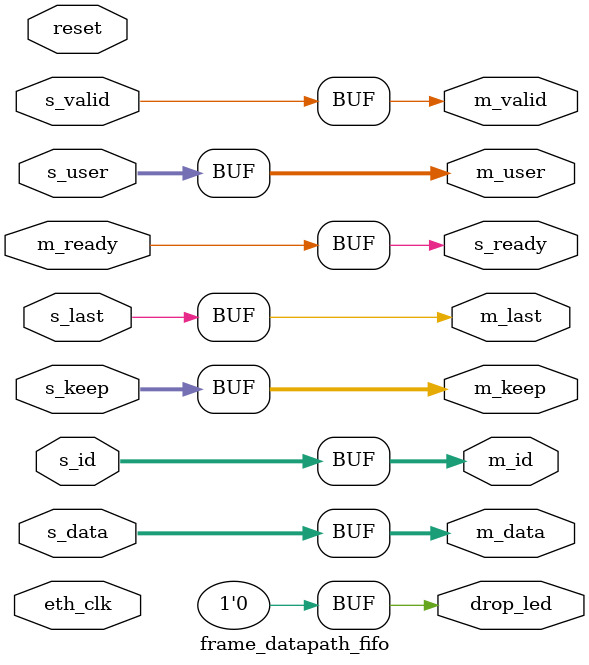
<source format=v>
`timescale 1ns / 1ps

module frame_datapath_fifo
#(
    parameter ENABLE = 0,
    parameter DATA_WIDTH = 64,
    parameter ID_WIDTH = 3
)
(
    input wire eth_clk,
    input wire reset,

    input wire [DATA_WIDTH - 1:0] s_data,
    input wire [DATA_WIDTH / 8 - 1:0] s_keep,
    input wire s_last,
    input wire [DATA_WIDTH / 8 - 1:0] s_user,
    input wire [ID_WIDTH - 1:0] s_id,
    input wire s_valid,
    output wire s_ready,

    output wire drop_led,

    output wire [DATA_WIDTH - 1:0] m_data,
    output wire [DATA_WIDTH / 8 - 1:0] m_keep,
    output wire m_last,
    output wire [DATA_WIDTH / 8 - 1:0] m_user,
    output wire [ID_WIDTH - 1:0] m_id,
    output wire m_valid,
    input wire m_ready
);

    generate
        if (ENABLE)
        begin
            // We drop frames when the FIFO is almost full, so we are always ready.
            assign s_ready = 1'b1;

            wire prog_full;
            wire [DATA_WIDTH - 1:0] filtered_data;
            wire [DATA_WIDTH / 8 - 1:0] filtered_keep;
            wire filtered_last;
            wire [DATA_WIDTH / 8 - 1:0] filtered_user;
            wire [ID_WIDTH - 1:0] filtered_id;
            wire filtered_valid;
            wire filtered_ready;

            frame_filter
            #(
                .DATA_WIDTH(DATA_WIDTH),
                .ID_WIDTH(ID_WIDTH)
            )
            frame_filter_i(
                .eth_clk(eth_clk),
                .reset(reset),

                .s_data(s_data),
                .s_keep(s_keep),
                .s_last(s_last),
                .s_user(s_user),
                .s_id(s_id),
                .s_valid(s_valid),
                .s_ready(),

                .drop(prog_full),  // Drop this frame when the FIFO cannot hold a biggest frame.
                .drop_led(drop_led),

                .m_data(filtered_data),
                .m_keep(filtered_keep),
                .m_last(filtered_last),
                .m_user(filtered_user),
                .m_id(filtered_id),
                .m_valid(filtered_valid),
                .m_ready(filtered_ready)
            );

            axis_data_fifo_datapath axis_data_fifo_datapath_i(
                .s_axis_aresetn(~reset),
                .s_axis_aclk(eth_clk),
                .s_axis_tvalid(filtered_valid),
                .s_axis_tready(filtered_ready),
                .s_axis_tdata(filtered_data),
                .s_axis_tkeep(filtered_keep),
                .s_axis_tlast(filtered_last),
                .s_axis_tid(filtered_id),
                .s_axis_tuser(filtered_user),

                .m_axis_tvalid(m_valid),
                .m_axis_tready(m_ready),
                .m_axis_tdata(m_data),
                .m_axis_tkeep(m_keep),
                .m_axis_tlast(m_last),
                .m_axis_tid(m_id),
                .m_axis_tuser(m_user),

                .prog_full(prog_full)
            );
        end
        else
        begin
            assign m_data = s_data;
            assign m_keep = s_keep;
            assign m_last = s_last;
            assign m_user = s_user;
            assign m_id = s_id;
            assign m_valid = s_valid;
            assign s_ready = m_ready;
            assign drop_led = 1'b0;
        end
    endgenerate
endmodule

</source>
